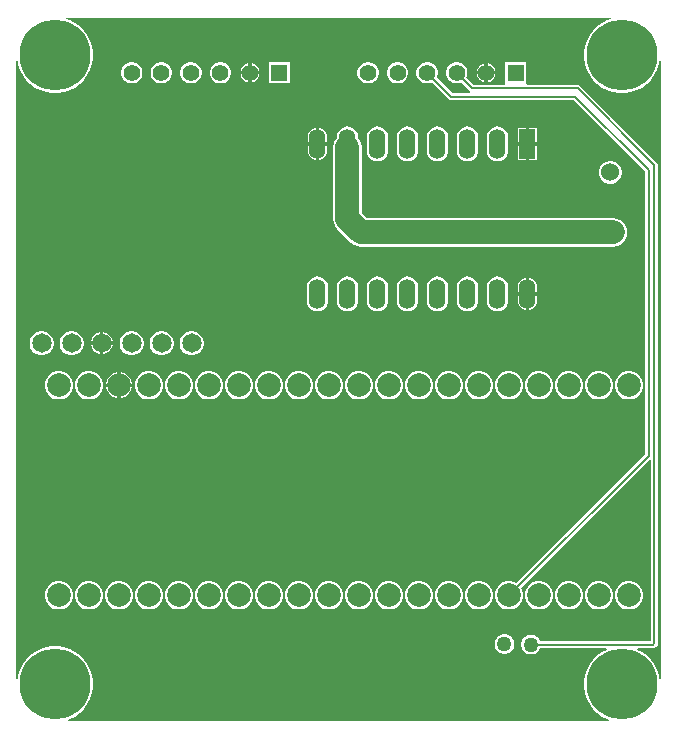
<source format=gbl>
G04*
G04 #@! TF.GenerationSoftware,Altium Limited,Altium Designer,22.11.1 (43)*
G04*
G04 Layer_Physical_Order=4*
G04 Layer_Color=16711680*
%FSLAX25Y25*%
%MOIN*%
G70*
G04*
G04 #@! TF.SameCoordinates,AF9D1AC7-D161-4756-986D-43FDA94486ED*
G04*
G04*
G04 #@! TF.FilePolarity,Positive*
G04*
G01*
G75*
%ADD12C,0.00787*%
%ADD20C,0.05512*%
%ADD21R,0.05512X0.05512*%
%ADD23C,0.23622*%
%ADD24C,0.06000*%
%ADD25O,0.05500X0.10000*%
%ADD26R,0.05500X0.10000*%
%ADD27C,0.07874*%
%ADD28C,0.06500*%
%ADD29C,0.05000*%
%ADD30C,0.07874*%
G36*
X185395Y12083D02*
X184140Y11675D01*
X182373Y10775D01*
X180769Y9610D01*
X179367Y8207D01*
X178201Y6603D01*
X177301Y4836D01*
X176688Y2950D01*
X176378Y991D01*
Y-991D01*
X176688Y-2950D01*
X177301Y-4836D01*
X178201Y-6603D01*
X179367Y-8207D01*
X180769Y-9610D01*
X182373Y-10775D01*
X184140Y-11675D01*
X186026Y-12288D01*
X187985Y-12598D01*
X189968D01*
X191927Y-12288D01*
X193813Y-11675D01*
X195579Y-10775D01*
X197184Y-9610D01*
X198586Y-8207D01*
X199751Y-6603D01*
X200652Y-4836D01*
X201265Y-2950D01*
X201453Y-1760D01*
X201953Y-1799D01*
Y-207847D01*
X201453Y-207886D01*
X201265Y-206696D01*
X200652Y-204809D01*
X199751Y-203043D01*
X198586Y-201438D01*
X197184Y-200036D01*
X195579Y-198871D01*
X194076Y-198104D01*
X194195Y-197604D01*
X199342D01*
X199342Y-197604D01*
X199803Y-197513D01*
X200193Y-197251D01*
X200655Y-196790D01*
X200655Y-196790D01*
X200916Y-196400D01*
X201007Y-195939D01*
X201007Y-195939D01*
Y-36614D01*
X200916Y-36153D01*
X200655Y-35763D01*
X200655Y-35763D01*
X175064Y-10172D01*
X174673Y-9911D01*
X174213Y-9819D01*
X174213Y-9819D01*
X157161D01*
X157087Y-9350D01*
X157087Y-9319D01*
Y-2264D01*
X150000D01*
Y-9319D01*
X150000Y-9350D01*
X149925Y-9819D01*
X139574D01*
X137075Y-7321D01*
X137160Y-7175D01*
X137402Y-6274D01*
Y-5341D01*
X137160Y-4439D01*
X136694Y-3632D01*
X136034Y-2972D01*
X135226Y-2505D01*
X134325Y-2264D01*
X133392D01*
X132491Y-2505D01*
X131683Y-2972D01*
X131023Y-3632D01*
X130556Y-4439D01*
X130315Y-5341D01*
Y-6274D01*
X130556Y-7175D01*
X131023Y-7983D01*
X131683Y-8642D01*
X132491Y-9109D01*
X133392Y-9350D01*
X134325D01*
X135226Y-9109D01*
X135372Y-9024D01*
X138223Y-11875D01*
X138223Y-11875D01*
X138464Y-12036D01*
X138313Y-12536D01*
X132448D01*
X127233Y-7321D01*
X127318Y-7175D01*
X127559Y-6274D01*
Y-5341D01*
X127318Y-4439D01*
X126851Y-3632D01*
X126191Y-2972D01*
X125383Y-2505D01*
X124482Y-2264D01*
X123549D01*
X122648Y-2505D01*
X121840Y-2972D01*
X121180Y-3632D01*
X120714Y-4439D01*
X120473Y-5341D01*
Y-6274D01*
X120714Y-7175D01*
X121180Y-7983D01*
X121840Y-8642D01*
X122648Y-9109D01*
X123549Y-9350D01*
X124482D01*
X125383Y-9109D01*
X125530Y-9024D01*
X131097Y-14592D01*
X131488Y-14853D01*
X131949Y-14945D01*
X172887D01*
X196630Y-38688D01*
Y-132966D01*
X153679Y-175918D01*
X153124Y-175598D01*
X151922Y-175276D01*
X150678D01*
X149476Y-175598D01*
X148399Y-176219D01*
X147520Y-177099D01*
X146898Y-178176D01*
X146576Y-179378D01*
Y-180622D01*
X146898Y-181824D01*
X147520Y-182901D01*
X148399Y-183781D01*
X149476Y-184402D01*
X150678Y-184724D01*
X151922D01*
X153124Y-184402D01*
X154201Y-183781D01*
X155080Y-182901D01*
X155702Y-181824D01*
X156024Y-180622D01*
Y-179378D01*
X155702Y-178176D01*
X155382Y-177621D01*
X198137Y-134866D01*
X198599Y-135057D01*
Y-195196D01*
X161781D01*
X161763Y-195131D01*
X161331Y-194381D01*
X160719Y-193769D01*
X159969Y-193337D01*
X159133Y-193113D01*
X158267D01*
X157431Y-193337D01*
X156682Y-193769D01*
X156069Y-194381D01*
X155637Y-195131D01*
X155413Y-195967D01*
Y-196833D01*
X155637Y-197669D01*
X156069Y-198418D01*
X156682Y-199031D01*
X157431Y-199463D01*
X158267Y-199687D01*
X159133D01*
X159969Y-199463D01*
X160719Y-199031D01*
X161331Y-198418D01*
X161763Y-197669D01*
X161781Y-197604D01*
X183757D01*
X183877Y-198104D01*
X182373Y-198871D01*
X180769Y-200036D01*
X179367Y-201438D01*
X178201Y-203043D01*
X177301Y-204809D01*
X176688Y-206696D01*
X176378Y-208654D01*
Y-210637D01*
X176688Y-212596D01*
X177301Y-214482D01*
X178201Y-216249D01*
X179367Y-217853D01*
X180769Y-219255D01*
X182373Y-220421D01*
X184140Y-221321D01*
X184789Y-221532D01*
X184710Y-222032D01*
X4267D01*
X4187Y-221532D01*
X4836Y-221321D01*
X6603Y-220421D01*
X8207Y-219255D01*
X9610Y-217853D01*
X10775Y-216249D01*
X11675Y-214482D01*
X12288Y-212596D01*
X12598Y-210637D01*
Y-208654D01*
X12288Y-206696D01*
X11675Y-204809D01*
X10775Y-203043D01*
X9610Y-201438D01*
X8207Y-200036D01*
X6603Y-198871D01*
X4836Y-197970D01*
X2950Y-197357D01*
X991Y-197047D01*
X-991D01*
X-2950Y-197357D01*
X-4836Y-197970D01*
X-6603Y-198871D01*
X-8207Y-200036D01*
X-9610Y-201438D01*
X-10775Y-203043D01*
X-11675Y-204809D01*
X-12288Y-206696D01*
X-12477Y-207886D01*
X-12977Y-207846D01*
Y-1799D01*
X-12477Y-1760D01*
X-12288Y-2950D01*
X-11675Y-4836D01*
X-10775Y-6603D01*
X-9610Y-8207D01*
X-8207Y-9610D01*
X-6603Y-10775D01*
X-4836Y-11675D01*
X-2950Y-12288D01*
X-991Y-12598D01*
X991D01*
X2950Y-12288D01*
X4836Y-11675D01*
X6603Y-10775D01*
X8207Y-9610D01*
X9610Y-8207D01*
X10775Y-6603D01*
X11675Y-4836D01*
X12288Y-2950D01*
X12598Y-991D01*
Y991D01*
X12288Y2950D01*
X11675Y4836D01*
X10775Y6603D01*
X9610Y8207D01*
X8207Y9610D01*
X6603Y10775D01*
X4836Y11675D01*
X3582Y12083D01*
X3661Y12583D01*
X185316D01*
X185395Y12083D01*
D02*
G37*
%LPC*%
G36*
X144291Y-2705D02*
Y-5217D01*
X146803D01*
X146636Y-4591D01*
X146221Y-3873D01*
X145635Y-3287D01*
X144916Y-2872D01*
X144291Y-2705D01*
D02*
G37*
G36*
X65551D02*
Y-5217D01*
X68063D01*
X67896Y-4591D01*
X67481Y-3873D01*
X66895Y-3287D01*
X66176Y-2872D01*
X65551Y-2705D01*
D02*
G37*
G36*
X143110Y-2705D02*
X142485Y-2872D01*
X141767Y-3287D01*
X141181Y-3873D01*
X140766Y-4591D01*
X140598Y-5217D01*
X143110D01*
Y-2705D01*
D02*
G37*
G36*
X64370D02*
X63745Y-2872D01*
X63027Y-3287D01*
X62440Y-3873D01*
X62026Y-4591D01*
X61858Y-5217D01*
X64370D01*
Y-2705D01*
D02*
G37*
G36*
X146803Y-6398D02*
X144291D01*
Y-8910D01*
X144916Y-8742D01*
X145635Y-8327D01*
X146221Y-7741D01*
X146636Y-7023D01*
X146803Y-6398D01*
D02*
G37*
G36*
X68063D02*
X65551D01*
Y-8910D01*
X66176Y-8742D01*
X66895Y-8327D01*
X67481Y-7741D01*
X67896Y-7023D01*
X68063Y-6398D01*
D02*
G37*
G36*
X143110D02*
X140598D01*
X140766Y-7023D01*
X141181Y-7741D01*
X141767Y-8327D01*
X142485Y-8742D01*
X143110Y-8910D01*
Y-6398D01*
D02*
G37*
G36*
X64370D02*
X61858D01*
X62026Y-7023D01*
X62440Y-7741D01*
X63027Y-8327D01*
X63745Y-8742D01*
X64370Y-8910D01*
Y-6398D01*
D02*
G37*
G36*
X114640Y-2264D02*
X113707D01*
X112806Y-2505D01*
X111998Y-2972D01*
X111338Y-3632D01*
X110871Y-4439D01*
X110630Y-5341D01*
Y-6274D01*
X110871Y-7175D01*
X111338Y-7983D01*
X111998Y-8642D01*
X112806Y-9109D01*
X113707Y-9350D01*
X114640D01*
X115541Y-9109D01*
X116349Y-8642D01*
X117009Y-7983D01*
X117475Y-7175D01*
X117717Y-6274D01*
Y-5341D01*
X117475Y-4439D01*
X117009Y-3632D01*
X116349Y-2972D01*
X115541Y-2505D01*
X114640Y-2264D01*
D02*
G37*
G36*
X104797D02*
X103864D01*
X102963Y-2505D01*
X102155Y-2972D01*
X101495Y-3632D01*
X101029Y-4439D01*
X100787Y-5341D01*
Y-6274D01*
X101029Y-7175D01*
X101495Y-7983D01*
X102155Y-8642D01*
X102963Y-9109D01*
X103864Y-9350D01*
X104797D01*
X105698Y-9109D01*
X106506Y-8642D01*
X107166Y-7983D01*
X107633Y-7175D01*
X107874Y-6274D01*
Y-5341D01*
X107633Y-4439D01*
X107166Y-3632D01*
X106506Y-2972D01*
X105698Y-2505D01*
X104797Y-2264D01*
D02*
G37*
G36*
X78347D02*
X71260D01*
Y-9350D01*
X78347D01*
Y-2264D01*
D02*
G37*
G36*
X55585D02*
X54652D01*
X53750Y-2505D01*
X52943Y-2972D01*
X52283Y-3632D01*
X51816Y-4439D01*
X51575Y-5341D01*
Y-6274D01*
X51816Y-7175D01*
X52283Y-7983D01*
X52943Y-8642D01*
X53750Y-9109D01*
X54652Y-9350D01*
X55585D01*
X56486Y-9109D01*
X57294Y-8642D01*
X57953Y-7983D01*
X58420Y-7175D01*
X58661Y-6274D01*
Y-5341D01*
X58420Y-4439D01*
X57953Y-3632D01*
X57294Y-2972D01*
X56486Y-2505D01*
X55585Y-2264D01*
D02*
G37*
G36*
X45742D02*
X44809D01*
X43908Y-2505D01*
X43100Y-2972D01*
X42440Y-3632D01*
X41974Y-4439D01*
X41732Y-5341D01*
Y-6274D01*
X41974Y-7175D01*
X42440Y-7983D01*
X43100Y-8642D01*
X43908Y-9109D01*
X44809Y-9350D01*
X45742D01*
X46643Y-9109D01*
X47451Y-8642D01*
X48111Y-7983D01*
X48577Y-7175D01*
X48819Y-6274D01*
Y-5341D01*
X48577Y-4439D01*
X48111Y-3632D01*
X47451Y-2972D01*
X46643Y-2505D01*
X45742Y-2264D01*
D02*
G37*
G36*
X35899D02*
X34967D01*
X34065Y-2505D01*
X33257Y-2972D01*
X32598Y-3632D01*
X32131Y-4439D01*
X31890Y-5341D01*
Y-6274D01*
X32131Y-7175D01*
X32598Y-7983D01*
X33257Y-8642D01*
X34065Y-9109D01*
X34967Y-9350D01*
X35899D01*
X36801Y-9109D01*
X37609Y-8642D01*
X38268Y-7983D01*
X38735Y-7175D01*
X38976Y-6274D01*
Y-5341D01*
X38735Y-4439D01*
X38268Y-3632D01*
X37609Y-2972D01*
X36801Y-2505D01*
X35899Y-2264D01*
D02*
G37*
G36*
X26057D02*
X25124D01*
X24223Y-2505D01*
X23415Y-2972D01*
X22755Y-3632D01*
X22289Y-4439D01*
X22047Y-5341D01*
Y-6274D01*
X22289Y-7175D01*
X22755Y-7983D01*
X23415Y-8642D01*
X24223Y-9109D01*
X25124Y-9350D01*
X26057D01*
X26958Y-9109D01*
X27766Y-8642D01*
X28426Y-7983D01*
X28892Y-7175D01*
X29134Y-6274D01*
Y-5341D01*
X28892Y-4439D01*
X28426Y-3632D01*
X27766Y-2972D01*
X26958Y-2505D01*
X26057Y-2264D01*
D02*
G37*
G36*
X160624Y-24134D02*
X158071D01*
Y-28937D01*
X160624D01*
Y-24134D01*
D02*
G37*
G36*
X88071Y-24184D02*
Y-28937D01*
X90651D01*
Y-27278D01*
X90543Y-26457D01*
X90226Y-25692D01*
X89722Y-25035D01*
X89066Y-24532D01*
X88301Y-24215D01*
X88071Y-24184D01*
D02*
G37*
G36*
X156890Y-24134D02*
X154337D01*
Y-28937D01*
X156890D01*
Y-24134D01*
D02*
G37*
G36*
X86890Y-24184D02*
X86660Y-24215D01*
X85895Y-24532D01*
X85238Y-25035D01*
X84734Y-25692D01*
X84417Y-26457D01*
X84310Y-27278D01*
Y-28937D01*
X86890D01*
Y-24184D01*
D02*
G37*
G36*
X90651Y-30118D02*
X88071D01*
Y-34871D01*
X88301Y-34840D01*
X89066Y-34524D01*
X89722Y-34020D01*
X90226Y-33363D01*
X90543Y-32598D01*
X90651Y-31778D01*
Y-30118D01*
D02*
G37*
G36*
X86890D02*
X84310D01*
Y-31778D01*
X84417Y-32598D01*
X84734Y-33363D01*
X85238Y-34020D01*
X85895Y-34524D01*
X86660Y-34840D01*
X86890Y-34871D01*
Y-30118D01*
D02*
G37*
G36*
X160624D02*
X158071D01*
Y-34921D01*
X160624D01*
Y-30118D01*
D02*
G37*
G36*
X156890D02*
X154337D01*
Y-34921D01*
X156890D01*
Y-30118D01*
D02*
G37*
G36*
X147480Y-23710D02*
X146557Y-23831D01*
X145696Y-24188D01*
X144957Y-24755D01*
X144390Y-25494D01*
X144034Y-26354D01*
X143912Y-27278D01*
Y-31778D01*
X144034Y-32701D01*
X144390Y-33562D01*
X144957Y-34301D01*
X145696Y-34868D01*
X146557Y-35224D01*
X147480Y-35346D01*
X148404Y-35224D01*
X149264Y-34868D01*
X150003Y-34301D01*
X150570Y-33562D01*
X150927Y-32701D01*
X151048Y-31778D01*
Y-27278D01*
X150927Y-26354D01*
X150570Y-25494D01*
X150003Y-24755D01*
X149264Y-24188D01*
X148404Y-23831D01*
X147480Y-23710D01*
D02*
G37*
G36*
X137480D02*
X136557Y-23831D01*
X135696Y-24188D01*
X134957Y-24755D01*
X134390Y-25494D01*
X134034Y-26354D01*
X133912Y-27278D01*
Y-31778D01*
X134034Y-32701D01*
X134390Y-33562D01*
X134957Y-34301D01*
X135696Y-34868D01*
X136557Y-35224D01*
X137480Y-35346D01*
X138404Y-35224D01*
X139264Y-34868D01*
X140003Y-34301D01*
X140570Y-33562D01*
X140927Y-32701D01*
X141048Y-31778D01*
Y-27278D01*
X140927Y-26354D01*
X140570Y-25494D01*
X140003Y-24755D01*
X139264Y-24188D01*
X138404Y-23831D01*
X137480Y-23710D01*
D02*
G37*
G36*
X127480D02*
X126557Y-23831D01*
X125696Y-24188D01*
X124957Y-24755D01*
X124390Y-25494D01*
X124034Y-26354D01*
X123912Y-27278D01*
Y-31778D01*
X124034Y-32701D01*
X124390Y-33562D01*
X124957Y-34301D01*
X125696Y-34868D01*
X126557Y-35224D01*
X127480Y-35346D01*
X128404Y-35224D01*
X129264Y-34868D01*
X130003Y-34301D01*
X130570Y-33562D01*
X130927Y-32701D01*
X131048Y-31778D01*
Y-27278D01*
X130927Y-26354D01*
X130570Y-25494D01*
X130003Y-24755D01*
X129264Y-24188D01*
X128404Y-23831D01*
X127480Y-23710D01*
D02*
G37*
G36*
X117480D02*
X116557Y-23831D01*
X115696Y-24188D01*
X114957Y-24755D01*
X114390Y-25494D01*
X114034Y-26354D01*
X113912Y-27278D01*
Y-31778D01*
X114034Y-32701D01*
X114390Y-33562D01*
X114957Y-34301D01*
X115696Y-34868D01*
X116557Y-35224D01*
X117480Y-35346D01*
X118404Y-35224D01*
X119264Y-34868D01*
X120003Y-34301D01*
X120570Y-33562D01*
X120927Y-32701D01*
X121048Y-31778D01*
Y-27278D01*
X120927Y-26354D01*
X120570Y-25494D01*
X120003Y-24755D01*
X119264Y-24188D01*
X118404Y-23831D01*
X117480Y-23710D01*
D02*
G37*
G36*
X107480D02*
X106557Y-23831D01*
X105696Y-24188D01*
X104957Y-24755D01*
X104390Y-25494D01*
X104034Y-26354D01*
X103912Y-27278D01*
Y-31778D01*
X104034Y-32701D01*
X104390Y-33562D01*
X104957Y-34301D01*
X105696Y-34868D01*
X106557Y-35224D01*
X107480Y-35346D01*
X108404Y-35224D01*
X109264Y-34868D01*
X110003Y-34301D01*
X110570Y-33562D01*
X110927Y-32701D01*
X111048Y-31778D01*
Y-27278D01*
X110927Y-26354D01*
X110570Y-25494D01*
X110003Y-24755D01*
X109264Y-24188D01*
X108404Y-23831D01*
X107480Y-23710D01*
D02*
G37*
G36*
X185538Y-35268D02*
X184541D01*
X183578Y-35526D01*
X182714Y-36024D01*
X182009Y-36730D01*
X181510Y-37593D01*
X181252Y-38557D01*
Y-39554D01*
X181510Y-40517D01*
X182009Y-41381D01*
X182714Y-42086D01*
X183578Y-42584D01*
X184541Y-42843D01*
X185538D01*
X186501Y-42584D01*
X187365Y-42086D01*
X188070Y-41381D01*
X188569Y-40517D01*
X188827Y-39554D01*
Y-38557D01*
X188569Y-37593D01*
X188070Y-36730D01*
X187365Y-36024D01*
X186501Y-35526D01*
X185538Y-35268D01*
D02*
G37*
G36*
X97480Y-23710D02*
X96557Y-23831D01*
X95696Y-24188D01*
X94957Y-24755D01*
X94390Y-25494D01*
X94034Y-26354D01*
X93912Y-27278D01*
Y-27480D01*
X93353Y-28208D01*
X92878Y-29357D01*
X92715Y-30591D01*
Y-54443D01*
X92878Y-55676D01*
X93353Y-56825D01*
X94111Y-57812D01*
X98723Y-62425D01*
X99710Y-63182D01*
X100859Y-63658D01*
X102093Y-63820D01*
X185925D01*
X187159Y-63658D01*
X188308Y-63182D01*
X189295Y-62425D01*
X190052Y-61438D01*
X190528Y-60288D01*
X190690Y-59055D01*
X190528Y-57822D01*
X190052Y-56673D01*
X189295Y-55686D01*
X188308Y-54928D01*
X187159Y-54452D01*
X185925Y-54290D01*
X104067D01*
X102245Y-52469D01*
Y-30591D01*
X102083Y-29357D01*
X101607Y-28208D01*
X101048Y-27480D01*
Y-27278D01*
X100927Y-26354D01*
X100570Y-25494D01*
X100003Y-24755D01*
X99264Y-24188D01*
X98404Y-23831D01*
X97480Y-23710D01*
D02*
G37*
G36*
X158071Y-74185D02*
Y-78937D01*
X160651D01*
Y-77278D01*
X160543Y-76457D01*
X160226Y-75692D01*
X159722Y-75035D01*
X159066Y-74532D01*
X158301Y-74215D01*
X158071Y-74185D01*
D02*
G37*
G36*
X156890Y-74185D02*
X156660Y-74215D01*
X155895Y-74532D01*
X155238Y-75035D01*
X154734Y-75692D01*
X154418Y-76457D01*
X154309Y-77278D01*
Y-78937D01*
X156890D01*
Y-74185D01*
D02*
G37*
G36*
X160651Y-80118D02*
X158071D01*
Y-84871D01*
X158301Y-84840D01*
X159066Y-84524D01*
X159722Y-84020D01*
X160226Y-83363D01*
X160543Y-82598D01*
X160651Y-81778D01*
Y-80118D01*
D02*
G37*
G36*
X156890D02*
X154309D01*
Y-81778D01*
X154418Y-82598D01*
X154734Y-83363D01*
X155238Y-84020D01*
X155895Y-84524D01*
X156660Y-84840D01*
X156890Y-84871D01*
Y-80118D01*
D02*
G37*
G36*
X147480Y-73710D02*
X146557Y-73831D01*
X145696Y-74188D01*
X144957Y-74755D01*
X144390Y-75494D01*
X144034Y-76354D01*
X143912Y-77278D01*
Y-81778D01*
X144034Y-82701D01*
X144390Y-83561D01*
X144957Y-84301D01*
X145696Y-84868D01*
X146557Y-85224D01*
X147480Y-85346D01*
X148404Y-85224D01*
X149264Y-84868D01*
X150003Y-84301D01*
X150570Y-83561D01*
X150927Y-82701D01*
X151048Y-81778D01*
Y-77278D01*
X150927Y-76354D01*
X150570Y-75494D01*
X150003Y-74755D01*
X149264Y-74188D01*
X148404Y-73831D01*
X147480Y-73710D01*
D02*
G37*
G36*
X137480D02*
X136557Y-73831D01*
X135696Y-74188D01*
X134957Y-74755D01*
X134390Y-75494D01*
X134034Y-76354D01*
X133912Y-77278D01*
Y-81778D01*
X134034Y-82701D01*
X134390Y-83561D01*
X134957Y-84301D01*
X135696Y-84868D01*
X136557Y-85224D01*
X137480Y-85346D01*
X138404Y-85224D01*
X139264Y-84868D01*
X140003Y-84301D01*
X140570Y-83561D01*
X140927Y-82701D01*
X141048Y-81778D01*
Y-77278D01*
X140927Y-76354D01*
X140570Y-75494D01*
X140003Y-74755D01*
X139264Y-74188D01*
X138404Y-73831D01*
X137480Y-73710D01*
D02*
G37*
G36*
X127480D02*
X126557Y-73831D01*
X125696Y-74188D01*
X124957Y-74755D01*
X124390Y-75494D01*
X124034Y-76354D01*
X123912Y-77278D01*
Y-81778D01*
X124034Y-82701D01*
X124390Y-83561D01*
X124957Y-84301D01*
X125696Y-84868D01*
X126557Y-85224D01*
X127480Y-85346D01*
X128404Y-85224D01*
X129264Y-84868D01*
X130003Y-84301D01*
X130570Y-83561D01*
X130927Y-82701D01*
X131048Y-81778D01*
Y-77278D01*
X130927Y-76354D01*
X130570Y-75494D01*
X130003Y-74755D01*
X129264Y-74188D01*
X128404Y-73831D01*
X127480Y-73710D01*
D02*
G37*
G36*
X117480D02*
X116557Y-73831D01*
X115696Y-74188D01*
X114957Y-74755D01*
X114390Y-75494D01*
X114034Y-76354D01*
X113912Y-77278D01*
Y-81778D01*
X114034Y-82701D01*
X114390Y-83561D01*
X114957Y-84301D01*
X115696Y-84868D01*
X116557Y-85224D01*
X117480Y-85346D01*
X118404Y-85224D01*
X119264Y-84868D01*
X120003Y-84301D01*
X120570Y-83561D01*
X120927Y-82701D01*
X121048Y-81778D01*
Y-77278D01*
X120927Y-76354D01*
X120570Y-75494D01*
X120003Y-74755D01*
X119264Y-74188D01*
X118404Y-73831D01*
X117480Y-73710D01*
D02*
G37*
G36*
X107480D02*
X106557Y-73831D01*
X105696Y-74188D01*
X104957Y-74755D01*
X104390Y-75494D01*
X104034Y-76354D01*
X103912Y-77278D01*
Y-81778D01*
X104034Y-82701D01*
X104390Y-83561D01*
X104957Y-84301D01*
X105696Y-84868D01*
X106557Y-85224D01*
X107480Y-85346D01*
X108404Y-85224D01*
X109264Y-84868D01*
X110003Y-84301D01*
X110570Y-83561D01*
X110927Y-82701D01*
X111048Y-81778D01*
Y-77278D01*
X110927Y-76354D01*
X110570Y-75494D01*
X110003Y-74755D01*
X109264Y-74188D01*
X108404Y-73831D01*
X107480Y-73710D01*
D02*
G37*
G36*
X97480D02*
X96557Y-73831D01*
X95696Y-74188D01*
X94957Y-74755D01*
X94390Y-75494D01*
X94034Y-76354D01*
X93912Y-77278D01*
Y-81778D01*
X94034Y-82701D01*
X94390Y-83561D01*
X94957Y-84301D01*
X95696Y-84868D01*
X96557Y-85224D01*
X97480Y-85346D01*
X98404Y-85224D01*
X99264Y-84868D01*
X100003Y-84301D01*
X100570Y-83561D01*
X100927Y-82701D01*
X101048Y-81778D01*
Y-77278D01*
X100927Y-76354D01*
X100570Y-75494D01*
X100003Y-74755D01*
X99264Y-74188D01*
X98404Y-73831D01*
X97480Y-73710D01*
D02*
G37*
G36*
X87480D02*
X86557Y-73831D01*
X85696Y-74188D01*
X84957Y-74755D01*
X84390Y-75494D01*
X84034Y-76354D01*
X83912Y-77278D01*
Y-81778D01*
X84034Y-82701D01*
X84390Y-83561D01*
X84957Y-84301D01*
X85696Y-84868D01*
X86557Y-85224D01*
X87480Y-85346D01*
X88404Y-85224D01*
X89264Y-84868D01*
X90003Y-84301D01*
X90570Y-83561D01*
X90927Y-82701D01*
X91048Y-81778D01*
Y-77278D01*
X90927Y-76354D01*
X90570Y-75494D01*
X90003Y-74755D01*
X89264Y-74188D01*
X88404Y-73831D01*
X87480Y-73710D01*
D02*
G37*
G36*
X16142Y-92351D02*
Y-95374D01*
X19165D01*
X18947Y-94558D01*
X18467Y-93727D01*
X17788Y-93049D01*
X16958Y-92569D01*
X16142Y-92351D01*
D02*
G37*
G36*
X14961Y-92351D02*
X14145Y-92569D01*
X13314Y-93049D01*
X12636Y-93727D01*
X12156Y-94558D01*
X11937Y-95374D01*
X14961D01*
Y-92351D01*
D02*
G37*
G36*
X19165Y-96555D02*
X16142D01*
Y-99579D01*
X16958Y-99360D01*
X17788Y-98880D01*
X18467Y-98202D01*
X18947Y-97371D01*
X19165Y-96555D01*
D02*
G37*
G36*
X14961D02*
X11937D01*
X12156Y-97371D01*
X12636Y-98202D01*
X13314Y-98880D01*
X14145Y-99360D01*
X14961Y-99579D01*
Y-96555D01*
D02*
G37*
G36*
X46083Y-91927D02*
X45020D01*
X43993Y-92202D01*
X43072Y-92734D01*
X42320Y-93486D01*
X41789Y-94406D01*
X41514Y-95433D01*
Y-96496D01*
X41789Y-97523D01*
X42320Y-98444D01*
X43072Y-99195D01*
X43993Y-99727D01*
X45020Y-100002D01*
X46083D01*
X47110Y-99727D01*
X48030Y-99195D01*
X48782Y-98444D01*
X49313Y-97523D01*
X49589Y-96496D01*
Y-95433D01*
X49313Y-94406D01*
X48782Y-93486D01*
X48030Y-92734D01*
X47110Y-92202D01*
X46083Y-91927D01*
D02*
G37*
G36*
X36083D02*
X35020D01*
X33993Y-92202D01*
X33072Y-92734D01*
X32320Y-93486D01*
X31789Y-94406D01*
X31514Y-95433D01*
Y-96496D01*
X31789Y-97523D01*
X32320Y-98444D01*
X33072Y-99195D01*
X33993Y-99727D01*
X35020Y-100002D01*
X36083D01*
X37110Y-99727D01*
X38030Y-99195D01*
X38782Y-98444D01*
X39313Y-97523D01*
X39589Y-96496D01*
Y-95433D01*
X39313Y-94406D01*
X38782Y-93486D01*
X38030Y-92734D01*
X37110Y-92202D01*
X36083Y-91927D01*
D02*
G37*
G36*
X26083D02*
X25020D01*
X23993Y-92202D01*
X23072Y-92734D01*
X22320Y-93486D01*
X21789Y-94406D01*
X21514Y-95433D01*
Y-96496D01*
X21789Y-97523D01*
X22320Y-98444D01*
X23072Y-99195D01*
X23993Y-99727D01*
X25020Y-100002D01*
X26083D01*
X27110Y-99727D01*
X28030Y-99195D01*
X28782Y-98444D01*
X29313Y-97523D01*
X29589Y-96496D01*
Y-95433D01*
X29313Y-94406D01*
X28782Y-93486D01*
X28030Y-92734D01*
X27110Y-92202D01*
X26083Y-91927D01*
D02*
G37*
G36*
X6083D02*
X5020D01*
X3993Y-92202D01*
X3072Y-92734D01*
X2320Y-93486D01*
X1789Y-94406D01*
X1514Y-95433D01*
Y-96496D01*
X1789Y-97523D01*
X2320Y-98444D01*
X3072Y-99195D01*
X3993Y-99727D01*
X5020Y-100002D01*
X6083D01*
X7110Y-99727D01*
X8030Y-99195D01*
X8782Y-98444D01*
X9313Y-97523D01*
X9589Y-96496D01*
Y-95433D01*
X9313Y-94406D01*
X8782Y-93486D01*
X8030Y-92734D01*
X7110Y-92202D01*
X6083Y-91927D01*
D02*
G37*
G36*
X-3917D02*
X-4980D01*
X-6007Y-92202D01*
X-6928Y-92734D01*
X-7680Y-93486D01*
X-8211Y-94406D01*
X-8486Y-95433D01*
Y-96496D01*
X-8211Y-97523D01*
X-7680Y-98444D01*
X-6928Y-99195D01*
X-6007Y-99727D01*
X-4980Y-100002D01*
X-3917D01*
X-2890Y-99727D01*
X-1970Y-99195D01*
X-1218Y-98444D01*
X-687Y-97523D01*
X-411Y-96496D01*
Y-95433D01*
X-687Y-94406D01*
X-1218Y-93486D01*
X-1970Y-92734D01*
X-2890Y-92202D01*
X-3917Y-91927D01*
D02*
G37*
G36*
X21891Y-105675D02*
Y-109409D01*
X25625D01*
X25336Y-108328D01*
X24765Y-107341D01*
X23959Y-106535D01*
X22972Y-105964D01*
X21891Y-105675D01*
D02*
G37*
G36*
X20709D02*
X19628Y-105964D01*
X18641Y-106535D01*
X17835Y-107341D01*
X17264Y-108328D01*
X16975Y-109409D01*
X20709D01*
Y-105675D01*
D02*
G37*
G36*
X25625Y-110591D02*
X21891D01*
Y-114325D01*
X22972Y-114036D01*
X23959Y-113465D01*
X24765Y-112659D01*
X25336Y-111672D01*
X25625Y-110591D01*
D02*
G37*
G36*
X20709D02*
X16975D01*
X17264Y-111672D01*
X17835Y-112659D01*
X18641Y-113465D01*
X19628Y-114036D01*
X20709Y-114325D01*
Y-110591D01*
D02*
G37*
G36*
X191922Y-105276D02*
X190678D01*
X189476Y-105598D01*
X188399Y-106219D01*
X187520Y-107099D01*
X186898Y-108176D01*
X186576Y-109378D01*
Y-110622D01*
X186898Y-111824D01*
X187520Y-112901D01*
X188399Y-113780D01*
X189476Y-114402D01*
X190678Y-114724D01*
X191922D01*
X193124Y-114402D01*
X194201Y-113780D01*
X195080Y-112901D01*
X195702Y-111824D01*
X196024Y-110622D01*
Y-109378D01*
X195702Y-108176D01*
X195080Y-107099D01*
X194201Y-106219D01*
X193124Y-105598D01*
X191922Y-105276D01*
D02*
G37*
G36*
X181922D02*
X180678D01*
X179476Y-105598D01*
X178399Y-106219D01*
X177520Y-107099D01*
X176898Y-108176D01*
X176576Y-109378D01*
Y-110622D01*
X176898Y-111824D01*
X177520Y-112901D01*
X178399Y-113780D01*
X179476Y-114402D01*
X180678Y-114724D01*
X181922D01*
X183124Y-114402D01*
X184201Y-113780D01*
X185081Y-112901D01*
X185702Y-111824D01*
X186024Y-110622D01*
Y-109378D01*
X185702Y-108176D01*
X185081Y-107099D01*
X184201Y-106219D01*
X183124Y-105598D01*
X181922Y-105276D01*
D02*
G37*
G36*
X171922D02*
X170678D01*
X169476Y-105598D01*
X168399Y-106219D01*
X167519Y-107099D01*
X166898Y-108176D01*
X166576Y-109378D01*
Y-110622D01*
X166898Y-111824D01*
X167519Y-112901D01*
X168399Y-113780D01*
X169476Y-114402D01*
X170678Y-114724D01*
X171922D01*
X173124Y-114402D01*
X174201Y-113780D01*
X175081Y-112901D01*
X175702Y-111824D01*
X176024Y-110622D01*
Y-109378D01*
X175702Y-108176D01*
X175081Y-107099D01*
X174201Y-106219D01*
X173124Y-105598D01*
X171922Y-105276D01*
D02*
G37*
G36*
X161922D02*
X160678D01*
X159476Y-105598D01*
X158399Y-106219D01*
X157519Y-107099D01*
X156898Y-108176D01*
X156576Y-109378D01*
Y-110622D01*
X156898Y-111824D01*
X157519Y-112901D01*
X158399Y-113780D01*
X159476Y-114402D01*
X160678Y-114724D01*
X161922D01*
X163124Y-114402D01*
X164201Y-113780D01*
X165080Y-112901D01*
X165702Y-111824D01*
X166024Y-110622D01*
Y-109378D01*
X165702Y-108176D01*
X165080Y-107099D01*
X164201Y-106219D01*
X163124Y-105598D01*
X161922Y-105276D01*
D02*
G37*
G36*
X151922D02*
X150678D01*
X149476Y-105598D01*
X148399Y-106219D01*
X147520Y-107099D01*
X146898Y-108176D01*
X146576Y-109378D01*
Y-110622D01*
X146898Y-111824D01*
X147520Y-112901D01*
X148399Y-113780D01*
X149476Y-114402D01*
X150678Y-114724D01*
X151922D01*
X153124Y-114402D01*
X154201Y-113780D01*
X155080Y-112901D01*
X155702Y-111824D01*
X156024Y-110622D01*
Y-109378D01*
X155702Y-108176D01*
X155080Y-107099D01*
X154201Y-106219D01*
X153124Y-105598D01*
X151922Y-105276D01*
D02*
G37*
G36*
X141922D02*
X140678D01*
X139476Y-105598D01*
X138399Y-106219D01*
X137520Y-107099D01*
X136898Y-108176D01*
X136576Y-109378D01*
Y-110622D01*
X136898Y-111824D01*
X137520Y-112901D01*
X138399Y-113780D01*
X139476Y-114402D01*
X140678Y-114724D01*
X141922D01*
X143124Y-114402D01*
X144201Y-113780D01*
X145080Y-112901D01*
X145702Y-111824D01*
X146024Y-110622D01*
Y-109378D01*
X145702Y-108176D01*
X145080Y-107099D01*
X144201Y-106219D01*
X143124Y-105598D01*
X141922Y-105276D01*
D02*
G37*
G36*
X131922D02*
X130678D01*
X129476Y-105598D01*
X128399Y-106219D01*
X127520Y-107099D01*
X126898Y-108176D01*
X126576Y-109378D01*
Y-110622D01*
X126898Y-111824D01*
X127520Y-112901D01*
X128399Y-113780D01*
X129476Y-114402D01*
X130678Y-114724D01*
X131922D01*
X133124Y-114402D01*
X134201Y-113780D01*
X135081Y-112901D01*
X135702Y-111824D01*
X136024Y-110622D01*
Y-109378D01*
X135702Y-108176D01*
X135081Y-107099D01*
X134201Y-106219D01*
X133124Y-105598D01*
X131922Y-105276D01*
D02*
G37*
G36*
X121922D02*
X120678D01*
X119476Y-105598D01*
X118399Y-106219D01*
X117519Y-107099D01*
X116898Y-108176D01*
X116576Y-109378D01*
Y-110622D01*
X116898Y-111824D01*
X117519Y-112901D01*
X118399Y-113780D01*
X119476Y-114402D01*
X120678Y-114724D01*
X121922D01*
X123124Y-114402D01*
X124201Y-113780D01*
X125081Y-112901D01*
X125702Y-111824D01*
X126024Y-110622D01*
Y-109378D01*
X125702Y-108176D01*
X125081Y-107099D01*
X124201Y-106219D01*
X123124Y-105598D01*
X121922Y-105276D01*
D02*
G37*
G36*
X111922D02*
X110678D01*
X109476Y-105598D01*
X108399Y-106219D01*
X107519Y-107099D01*
X106898Y-108176D01*
X106576Y-109378D01*
Y-110622D01*
X106898Y-111824D01*
X107519Y-112901D01*
X108399Y-113780D01*
X109476Y-114402D01*
X110678Y-114724D01*
X111922D01*
X113124Y-114402D01*
X114201Y-113780D01*
X115080Y-112901D01*
X115702Y-111824D01*
X116024Y-110622D01*
Y-109378D01*
X115702Y-108176D01*
X115080Y-107099D01*
X114201Y-106219D01*
X113124Y-105598D01*
X111922Y-105276D01*
D02*
G37*
G36*
X101922D02*
X100678D01*
X99476Y-105598D01*
X98399Y-106219D01*
X97519Y-107099D01*
X96898Y-108176D01*
X96576Y-109378D01*
Y-110622D01*
X96898Y-111824D01*
X97519Y-112901D01*
X98399Y-113780D01*
X99476Y-114402D01*
X100678Y-114724D01*
X101922D01*
X103124Y-114402D01*
X104201Y-113780D01*
X105080Y-112901D01*
X105702Y-111824D01*
X106024Y-110622D01*
Y-109378D01*
X105702Y-108176D01*
X105080Y-107099D01*
X104201Y-106219D01*
X103124Y-105598D01*
X101922Y-105276D01*
D02*
G37*
G36*
X91922D02*
X90678D01*
X89476Y-105598D01*
X88399Y-106219D01*
X87520Y-107099D01*
X86898Y-108176D01*
X86576Y-109378D01*
Y-110622D01*
X86898Y-111824D01*
X87520Y-112901D01*
X88399Y-113780D01*
X89476Y-114402D01*
X90678Y-114724D01*
X91922D01*
X93124Y-114402D01*
X94201Y-113780D01*
X95081Y-112901D01*
X95702Y-111824D01*
X96024Y-110622D01*
Y-109378D01*
X95702Y-108176D01*
X95081Y-107099D01*
X94201Y-106219D01*
X93124Y-105598D01*
X91922Y-105276D01*
D02*
G37*
G36*
X81922D02*
X80678D01*
X79476Y-105598D01*
X78399Y-106219D01*
X77520Y-107099D01*
X76898Y-108176D01*
X76576Y-109378D01*
Y-110622D01*
X76898Y-111824D01*
X77520Y-112901D01*
X78399Y-113780D01*
X79476Y-114402D01*
X80678Y-114724D01*
X81922D01*
X83124Y-114402D01*
X84201Y-113780D01*
X85080Y-112901D01*
X85702Y-111824D01*
X86024Y-110622D01*
Y-109378D01*
X85702Y-108176D01*
X85080Y-107099D01*
X84201Y-106219D01*
X83124Y-105598D01*
X81922Y-105276D01*
D02*
G37*
G36*
X71922D02*
X70678D01*
X69476Y-105598D01*
X68399Y-106219D01*
X67519Y-107099D01*
X66898Y-108176D01*
X66576Y-109378D01*
Y-110622D01*
X66898Y-111824D01*
X67519Y-112901D01*
X68399Y-113780D01*
X69476Y-114402D01*
X70678Y-114724D01*
X71922D01*
X73124Y-114402D01*
X74201Y-113780D01*
X75081Y-112901D01*
X75702Y-111824D01*
X76024Y-110622D01*
Y-109378D01*
X75702Y-108176D01*
X75081Y-107099D01*
X74201Y-106219D01*
X73124Y-105598D01*
X71922Y-105276D01*
D02*
G37*
G36*
X61922D02*
X60678D01*
X59476Y-105598D01*
X58399Y-106219D01*
X57520Y-107099D01*
X56898Y-108176D01*
X56576Y-109378D01*
Y-110622D01*
X56898Y-111824D01*
X57520Y-112901D01*
X58399Y-113780D01*
X59476Y-114402D01*
X60678Y-114724D01*
X61922D01*
X63124Y-114402D01*
X64201Y-113780D01*
X65080Y-112901D01*
X65702Y-111824D01*
X66024Y-110622D01*
Y-109378D01*
X65702Y-108176D01*
X65080Y-107099D01*
X64201Y-106219D01*
X63124Y-105598D01*
X61922Y-105276D01*
D02*
G37*
G36*
X51922D02*
X50678D01*
X49476Y-105598D01*
X48399Y-106219D01*
X47519Y-107099D01*
X46898Y-108176D01*
X46576Y-109378D01*
Y-110622D01*
X46898Y-111824D01*
X47519Y-112901D01*
X48399Y-113780D01*
X49476Y-114402D01*
X50678Y-114724D01*
X51922D01*
X53124Y-114402D01*
X54201Y-113780D01*
X55080Y-112901D01*
X55702Y-111824D01*
X56024Y-110622D01*
Y-109378D01*
X55702Y-108176D01*
X55080Y-107099D01*
X54201Y-106219D01*
X53124Y-105598D01*
X51922Y-105276D01*
D02*
G37*
G36*
X41922D02*
X40678D01*
X39476Y-105598D01*
X38399Y-106219D01*
X37519Y-107099D01*
X36898Y-108176D01*
X36576Y-109378D01*
Y-110622D01*
X36898Y-111824D01*
X37519Y-112901D01*
X38399Y-113780D01*
X39476Y-114402D01*
X40678Y-114724D01*
X41922D01*
X43124Y-114402D01*
X44201Y-113780D01*
X45081Y-112901D01*
X45702Y-111824D01*
X46024Y-110622D01*
Y-109378D01*
X45702Y-108176D01*
X45081Y-107099D01*
X44201Y-106219D01*
X43124Y-105598D01*
X41922Y-105276D01*
D02*
G37*
G36*
X31922D02*
X30678D01*
X29476Y-105598D01*
X28399Y-106219D01*
X27520Y-107099D01*
X26898Y-108176D01*
X26576Y-109378D01*
Y-110622D01*
X26898Y-111824D01*
X27520Y-112901D01*
X28399Y-113780D01*
X29476Y-114402D01*
X30678Y-114724D01*
X31922D01*
X33124Y-114402D01*
X34201Y-113780D01*
X35081Y-112901D01*
X35702Y-111824D01*
X36024Y-110622D01*
Y-109378D01*
X35702Y-108176D01*
X35081Y-107099D01*
X34201Y-106219D01*
X33124Y-105598D01*
X31922Y-105276D01*
D02*
G37*
G36*
X11922D02*
X10678D01*
X9476Y-105598D01*
X8399Y-106219D01*
X7519Y-107099D01*
X6898Y-108176D01*
X6576Y-109378D01*
Y-110622D01*
X6898Y-111824D01*
X7519Y-112901D01*
X8399Y-113780D01*
X9476Y-114402D01*
X10678Y-114724D01*
X11922D01*
X13124Y-114402D01*
X14201Y-113780D01*
X15080Y-112901D01*
X15702Y-111824D01*
X16024Y-110622D01*
Y-109378D01*
X15702Y-108176D01*
X15080Y-107099D01*
X14201Y-106219D01*
X13124Y-105598D01*
X11922Y-105276D01*
D02*
G37*
G36*
X1922D02*
X678D01*
X-524Y-105598D01*
X-1601Y-106219D01*
X-2481Y-107099D01*
X-3102Y-108176D01*
X-3424Y-109378D01*
Y-110622D01*
X-3102Y-111824D01*
X-2481Y-112901D01*
X-1601Y-113780D01*
X-524Y-114402D01*
X678Y-114724D01*
X1922D01*
X3124Y-114402D01*
X4201Y-113780D01*
X5080Y-112901D01*
X5703Y-111824D01*
X6024Y-110622D01*
Y-109378D01*
X5703Y-108176D01*
X5080Y-107099D01*
X4201Y-106219D01*
X3124Y-105598D01*
X1922Y-105276D01*
D02*
G37*
G36*
X191922Y-175276D02*
X190678D01*
X189476Y-175598D01*
X188399Y-176219D01*
X187520Y-177099D01*
X186898Y-178176D01*
X186576Y-179378D01*
Y-180622D01*
X186898Y-181824D01*
X187520Y-182901D01*
X188399Y-183781D01*
X189476Y-184402D01*
X190678Y-184724D01*
X191922D01*
X193124Y-184402D01*
X194201Y-183781D01*
X195080Y-182901D01*
X195702Y-181824D01*
X196024Y-180622D01*
Y-179378D01*
X195702Y-178176D01*
X195080Y-177099D01*
X194201Y-176219D01*
X193124Y-175598D01*
X191922Y-175276D01*
D02*
G37*
G36*
X181922D02*
X180678D01*
X179476Y-175598D01*
X178399Y-176219D01*
X177520Y-177099D01*
X176898Y-178176D01*
X176576Y-179378D01*
Y-180622D01*
X176898Y-181824D01*
X177520Y-182901D01*
X178399Y-183781D01*
X179476Y-184402D01*
X180678Y-184724D01*
X181922D01*
X183124Y-184402D01*
X184201Y-183781D01*
X185081Y-182901D01*
X185702Y-181824D01*
X186024Y-180622D01*
Y-179378D01*
X185702Y-178176D01*
X185081Y-177099D01*
X184201Y-176219D01*
X183124Y-175598D01*
X181922Y-175276D01*
D02*
G37*
G36*
X171922D02*
X170678D01*
X169476Y-175598D01*
X168399Y-176219D01*
X167519Y-177099D01*
X166898Y-178176D01*
X166576Y-179378D01*
Y-180622D01*
X166898Y-181824D01*
X167519Y-182901D01*
X168399Y-183781D01*
X169476Y-184402D01*
X170678Y-184724D01*
X171922D01*
X173124Y-184402D01*
X174201Y-183781D01*
X175081Y-182901D01*
X175702Y-181824D01*
X176024Y-180622D01*
Y-179378D01*
X175702Y-178176D01*
X175081Y-177099D01*
X174201Y-176219D01*
X173124Y-175598D01*
X171922Y-175276D01*
D02*
G37*
G36*
X161922D02*
X160678D01*
X159476Y-175598D01*
X158399Y-176219D01*
X157519Y-177099D01*
X156898Y-178176D01*
X156576Y-179378D01*
Y-180622D01*
X156898Y-181824D01*
X157519Y-182901D01*
X158399Y-183781D01*
X159476Y-184402D01*
X160678Y-184724D01*
X161922D01*
X163124Y-184402D01*
X164201Y-183781D01*
X165080Y-182901D01*
X165702Y-181824D01*
X166024Y-180622D01*
Y-179378D01*
X165702Y-178176D01*
X165080Y-177099D01*
X164201Y-176219D01*
X163124Y-175598D01*
X161922Y-175276D01*
D02*
G37*
G36*
X141922D02*
X140678D01*
X139476Y-175598D01*
X138399Y-176219D01*
X137520Y-177099D01*
X136898Y-178176D01*
X136576Y-179378D01*
Y-180622D01*
X136898Y-181824D01*
X137520Y-182901D01*
X138399Y-183781D01*
X139476Y-184402D01*
X140678Y-184724D01*
X141922D01*
X143124Y-184402D01*
X144201Y-183781D01*
X145080Y-182901D01*
X145702Y-181824D01*
X146024Y-180622D01*
Y-179378D01*
X145702Y-178176D01*
X145080Y-177099D01*
X144201Y-176219D01*
X143124Y-175598D01*
X141922Y-175276D01*
D02*
G37*
G36*
X131922D02*
X130678D01*
X129476Y-175598D01*
X128399Y-176219D01*
X127520Y-177099D01*
X126898Y-178176D01*
X126576Y-179378D01*
Y-180622D01*
X126898Y-181824D01*
X127520Y-182901D01*
X128399Y-183781D01*
X129476Y-184402D01*
X130678Y-184724D01*
X131922D01*
X133124Y-184402D01*
X134201Y-183781D01*
X135081Y-182901D01*
X135702Y-181824D01*
X136024Y-180622D01*
Y-179378D01*
X135702Y-178176D01*
X135081Y-177099D01*
X134201Y-176219D01*
X133124Y-175598D01*
X131922Y-175276D01*
D02*
G37*
G36*
X121922D02*
X120678D01*
X119476Y-175598D01*
X118399Y-176219D01*
X117519Y-177099D01*
X116898Y-178176D01*
X116576Y-179378D01*
Y-180622D01*
X116898Y-181824D01*
X117519Y-182901D01*
X118399Y-183781D01*
X119476Y-184402D01*
X120678Y-184724D01*
X121922D01*
X123124Y-184402D01*
X124201Y-183781D01*
X125081Y-182901D01*
X125702Y-181824D01*
X126024Y-180622D01*
Y-179378D01*
X125702Y-178176D01*
X125081Y-177099D01*
X124201Y-176219D01*
X123124Y-175598D01*
X121922Y-175276D01*
D02*
G37*
G36*
X111922D02*
X110678D01*
X109476Y-175598D01*
X108399Y-176219D01*
X107519Y-177099D01*
X106898Y-178176D01*
X106576Y-179378D01*
Y-180622D01*
X106898Y-181824D01*
X107519Y-182901D01*
X108399Y-183781D01*
X109476Y-184402D01*
X110678Y-184724D01*
X111922D01*
X113124Y-184402D01*
X114201Y-183781D01*
X115080Y-182901D01*
X115702Y-181824D01*
X116024Y-180622D01*
Y-179378D01*
X115702Y-178176D01*
X115080Y-177099D01*
X114201Y-176219D01*
X113124Y-175598D01*
X111922Y-175276D01*
D02*
G37*
G36*
X101922D02*
X100678D01*
X99476Y-175598D01*
X98399Y-176219D01*
X97519Y-177099D01*
X96898Y-178176D01*
X96576Y-179378D01*
Y-180622D01*
X96898Y-181824D01*
X97519Y-182901D01*
X98399Y-183781D01*
X99476Y-184402D01*
X100678Y-184724D01*
X101922D01*
X103124Y-184402D01*
X104201Y-183781D01*
X105080Y-182901D01*
X105702Y-181824D01*
X106024Y-180622D01*
Y-179378D01*
X105702Y-178176D01*
X105080Y-177099D01*
X104201Y-176219D01*
X103124Y-175598D01*
X101922Y-175276D01*
D02*
G37*
G36*
X91922D02*
X90678D01*
X89476Y-175598D01*
X88399Y-176219D01*
X87520Y-177099D01*
X86898Y-178176D01*
X86576Y-179378D01*
Y-180622D01*
X86898Y-181824D01*
X87520Y-182901D01*
X88399Y-183781D01*
X89476Y-184402D01*
X90678Y-184724D01*
X91922D01*
X93124Y-184402D01*
X94201Y-183781D01*
X95081Y-182901D01*
X95702Y-181824D01*
X96024Y-180622D01*
Y-179378D01*
X95702Y-178176D01*
X95081Y-177099D01*
X94201Y-176219D01*
X93124Y-175598D01*
X91922Y-175276D01*
D02*
G37*
G36*
X81922D02*
X80678D01*
X79476Y-175598D01*
X78399Y-176219D01*
X77520Y-177099D01*
X76898Y-178176D01*
X76576Y-179378D01*
Y-180622D01*
X76898Y-181824D01*
X77520Y-182901D01*
X78399Y-183781D01*
X79476Y-184402D01*
X80678Y-184724D01*
X81922D01*
X83124Y-184402D01*
X84201Y-183781D01*
X85080Y-182901D01*
X85702Y-181824D01*
X86024Y-180622D01*
Y-179378D01*
X85702Y-178176D01*
X85080Y-177099D01*
X84201Y-176219D01*
X83124Y-175598D01*
X81922Y-175276D01*
D02*
G37*
G36*
X71922D02*
X70678D01*
X69476Y-175598D01*
X68399Y-176219D01*
X67519Y-177099D01*
X66898Y-178176D01*
X66576Y-179378D01*
Y-180622D01*
X66898Y-181824D01*
X67519Y-182901D01*
X68399Y-183781D01*
X69476Y-184402D01*
X70678Y-184724D01*
X71922D01*
X73124Y-184402D01*
X74201Y-183781D01*
X75081Y-182901D01*
X75702Y-181824D01*
X76024Y-180622D01*
Y-179378D01*
X75702Y-178176D01*
X75081Y-177099D01*
X74201Y-176219D01*
X73124Y-175598D01*
X71922Y-175276D01*
D02*
G37*
G36*
X61922D02*
X60678D01*
X59476Y-175598D01*
X58399Y-176219D01*
X57520Y-177099D01*
X56898Y-178176D01*
X56576Y-179378D01*
Y-180622D01*
X56898Y-181824D01*
X57520Y-182901D01*
X58399Y-183781D01*
X59476Y-184402D01*
X60678Y-184724D01*
X61922D01*
X63124Y-184402D01*
X64201Y-183781D01*
X65080Y-182901D01*
X65702Y-181824D01*
X66024Y-180622D01*
Y-179378D01*
X65702Y-178176D01*
X65080Y-177099D01*
X64201Y-176219D01*
X63124Y-175598D01*
X61922Y-175276D01*
D02*
G37*
G36*
X51922D02*
X50678D01*
X49476Y-175598D01*
X48399Y-176219D01*
X47519Y-177099D01*
X46898Y-178176D01*
X46576Y-179378D01*
Y-180622D01*
X46898Y-181824D01*
X47519Y-182901D01*
X48399Y-183781D01*
X49476Y-184402D01*
X50678Y-184724D01*
X51922D01*
X53124Y-184402D01*
X54201Y-183781D01*
X55080Y-182901D01*
X55702Y-181824D01*
X56024Y-180622D01*
Y-179378D01*
X55702Y-178176D01*
X55080Y-177099D01*
X54201Y-176219D01*
X53124Y-175598D01*
X51922Y-175276D01*
D02*
G37*
G36*
X41922D02*
X40678D01*
X39476Y-175598D01*
X38399Y-176219D01*
X37519Y-177099D01*
X36898Y-178176D01*
X36576Y-179378D01*
Y-180622D01*
X36898Y-181824D01*
X37519Y-182901D01*
X38399Y-183781D01*
X39476Y-184402D01*
X40678Y-184724D01*
X41922D01*
X43124Y-184402D01*
X44201Y-183781D01*
X45081Y-182901D01*
X45702Y-181824D01*
X46024Y-180622D01*
Y-179378D01*
X45702Y-178176D01*
X45081Y-177099D01*
X44201Y-176219D01*
X43124Y-175598D01*
X41922Y-175276D01*
D02*
G37*
G36*
X31922D02*
X30678D01*
X29476Y-175598D01*
X28399Y-176219D01*
X27520Y-177099D01*
X26898Y-178176D01*
X26576Y-179378D01*
Y-180622D01*
X26898Y-181824D01*
X27520Y-182901D01*
X28399Y-183781D01*
X29476Y-184402D01*
X30678Y-184724D01*
X31922D01*
X33124Y-184402D01*
X34201Y-183781D01*
X35081Y-182901D01*
X35702Y-181824D01*
X36024Y-180622D01*
Y-179378D01*
X35702Y-178176D01*
X35081Y-177099D01*
X34201Y-176219D01*
X33124Y-175598D01*
X31922Y-175276D01*
D02*
G37*
G36*
X21922D02*
X20678D01*
X19476Y-175598D01*
X18399Y-176219D01*
X17519Y-177099D01*
X16898Y-178176D01*
X16576Y-179378D01*
Y-180622D01*
X16898Y-181824D01*
X17519Y-182901D01*
X18399Y-183781D01*
X19476Y-184402D01*
X20678Y-184724D01*
X21922D01*
X23124Y-184402D01*
X24201Y-183781D01*
X25080Y-182901D01*
X25702Y-181824D01*
X26024Y-180622D01*
Y-179378D01*
X25702Y-178176D01*
X25080Y-177099D01*
X24201Y-176219D01*
X23124Y-175598D01*
X21922Y-175276D01*
D02*
G37*
G36*
X11922D02*
X10678D01*
X9476Y-175598D01*
X8399Y-176219D01*
X7519Y-177099D01*
X6898Y-178176D01*
X6576Y-179378D01*
Y-180622D01*
X6898Y-181824D01*
X7519Y-182901D01*
X8399Y-183781D01*
X9476Y-184402D01*
X10678Y-184724D01*
X11922D01*
X13124Y-184402D01*
X14201Y-183781D01*
X15080Y-182901D01*
X15702Y-181824D01*
X16024Y-180622D01*
Y-179378D01*
X15702Y-178176D01*
X15080Y-177099D01*
X14201Y-176219D01*
X13124Y-175598D01*
X11922Y-175276D01*
D02*
G37*
G36*
X1922D02*
X678D01*
X-524Y-175598D01*
X-1601Y-176219D01*
X-2481Y-177099D01*
X-3102Y-178176D01*
X-3424Y-179378D01*
Y-180622D01*
X-3102Y-181824D01*
X-2481Y-182901D01*
X-1601Y-183781D01*
X-524Y-184402D01*
X678Y-184724D01*
X1922D01*
X3124Y-184402D01*
X4201Y-183781D01*
X5080Y-182901D01*
X5703Y-181824D01*
X6024Y-180622D01*
Y-179378D01*
X5703Y-178176D01*
X5080Y-177099D01*
X4201Y-176219D01*
X3124Y-175598D01*
X1922Y-175276D01*
D02*
G37*
G36*
X150233Y-193013D02*
X149367D01*
X148531Y-193237D01*
X147782Y-193669D01*
X147169Y-194281D01*
X146737Y-195031D01*
X146513Y-195867D01*
Y-196733D01*
X146737Y-197569D01*
X147169Y-198319D01*
X147782Y-198931D01*
X148531Y-199363D01*
X149367Y-199587D01*
X150233D01*
X151069Y-199363D01*
X151819Y-198931D01*
X152431Y-198319D01*
X152863Y-197569D01*
X153087Y-196733D01*
Y-195867D01*
X152863Y-195031D01*
X152431Y-194281D01*
X151819Y-193669D01*
X151069Y-193237D01*
X150233Y-193013D01*
D02*
G37*
%LPD*%
D12*
X131949Y-13740D02*
X173386D01*
X124016Y-5807D02*
X131949Y-13740D01*
X173386D02*
X197835Y-38189D01*
Y-133465D02*
Y-38189D01*
X199803Y-195939D02*
Y-36614D01*
X139075Y-11024D02*
X174213D01*
X199803Y-36614D01*
X133858Y-5807D02*
X139075Y-11024D01*
X151300Y-180000D02*
X197835Y-133465D01*
X158700Y-196400D02*
X199342D01*
X199803Y-195939D01*
D20*
X25591Y-5807D02*
D03*
X35433D02*
D03*
X45276D02*
D03*
X55118D02*
D03*
X64961D02*
D03*
X104331D02*
D03*
X114173D02*
D03*
X124016D02*
D03*
X133858D02*
D03*
X143701D02*
D03*
D21*
X74803D02*
D03*
X153543D02*
D03*
D23*
X188976Y-209646D02*
D03*
X0D02*
D03*
X188976Y0D02*
D03*
X0D02*
D03*
D24*
X185039Y-59055D02*
D03*
Y-39055D02*
D03*
D25*
X87480Y-79528D02*
D03*
X97480D02*
D03*
X107480D02*
D03*
X117480D02*
D03*
X127480D02*
D03*
X137480D02*
D03*
X147480D02*
D03*
X157480D02*
D03*
X87480Y-29528D02*
D03*
X97480D02*
D03*
X107480D02*
D03*
X117480D02*
D03*
X127480D02*
D03*
X137480D02*
D03*
X147480D02*
D03*
D26*
X157480D02*
D03*
D27*
X31300Y-180000D02*
D03*
X81300D02*
D03*
X71300D02*
D03*
X61300D02*
D03*
X51300D02*
D03*
X41300D02*
D03*
X101300D02*
D03*
X171300D02*
D03*
X161300D02*
D03*
X151300D02*
D03*
X141300D02*
D03*
X131300D02*
D03*
X121300D02*
D03*
X111300D02*
D03*
X1300D02*
D03*
X21300D02*
D03*
X11300D02*
D03*
X91300D02*
D03*
X191300D02*
D03*
X181300D02*
D03*
X1300Y-110000D02*
D03*
X11300D02*
D03*
X21300D02*
D03*
X31300D02*
D03*
X41300D02*
D03*
X51300D02*
D03*
X61300D02*
D03*
X71300D02*
D03*
X81300D02*
D03*
X91300D02*
D03*
X101300D02*
D03*
X111300D02*
D03*
X121300D02*
D03*
X131300D02*
D03*
X141300D02*
D03*
X151300D02*
D03*
X161300D02*
D03*
X171300D02*
D03*
X181300D02*
D03*
X191300D02*
D03*
D28*
X-4449Y-95965D02*
D03*
X5551D02*
D03*
X15551D02*
D03*
X25551D02*
D03*
X35551D02*
D03*
X45551D02*
D03*
D29*
X158700Y-196400D02*
D03*
X149800Y-196300D02*
D03*
D30*
X97480Y-54443D02*
X102093Y-59055D01*
X97480Y-54443D02*
Y-30591D01*
X102093Y-59055D02*
X185925D01*
M02*

</source>
